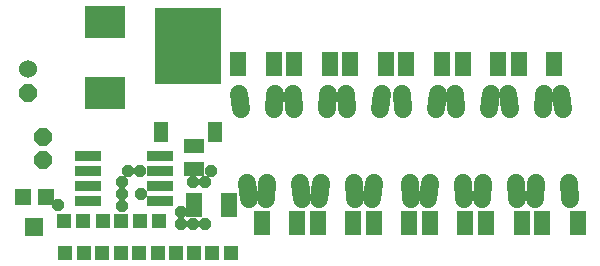
<source format=gts>
G75*
%MOIN*%
%OFA0B0*%
%FSLAX24Y24*%
%IPPOS*%
%LPD*%
%AMOC8*
5,1,8,0,0,1.08239X$1,22.5*
%
%ADD10R,0.0880X0.0340*%
%ADD11R,0.2206X0.2521*%
%ADD12R,0.0474X0.0710*%
%ADD13R,0.0651X0.0454*%
%ADD14R,0.1360X0.1064*%
%ADD15R,0.0454X0.0474*%
%ADD16OC8,0.0595*%
%ADD17OC8,0.0600*%
%ADD18C,0.0600*%
%ADD19C,0.0600*%
%ADD20R,0.0533X0.0789*%
%ADD21R,0.0592X0.0592*%
%ADD22R,0.0552X0.0572*%
%ADD23OC8,0.0390*%
D10*
X003529Y002720D03*
X003529Y003220D03*
X003529Y003720D03*
X003529Y004220D03*
X005949Y004220D03*
X005949Y003720D03*
X005949Y003220D03*
X005949Y002720D03*
D11*
X006873Y007880D03*
D12*
X007771Y005006D03*
X005975Y005006D03*
D13*
X007070Y004549D03*
X007070Y003762D03*
D14*
X004117Y006305D03*
X004117Y008667D03*
D15*
X002769Y000990D03*
X003399Y000990D03*
X003999Y000990D03*
X004629Y000990D03*
X005229Y000990D03*
X005859Y000990D03*
X006460Y000990D03*
X007089Y000990D03*
X007690Y000990D03*
X008320Y000990D03*
X005904Y002049D03*
X005274Y002049D03*
X004658Y002047D03*
X004028Y002047D03*
X003385Y002047D03*
X002755Y002047D03*
D16*
X002026Y004065D03*
X002026Y004852D03*
D17*
X001526Y006322D03*
D18*
X001526Y007122D03*
D19*
X008590Y006287D02*
X008635Y005769D01*
X009737Y005769D02*
X009782Y006287D01*
X010361Y006287D02*
X010407Y005769D01*
X011509Y005769D02*
X011554Y006287D01*
X012133Y006287D02*
X012178Y005769D01*
X013280Y005769D02*
X013326Y006287D01*
X014003Y006287D02*
X014048Y005769D01*
X015150Y005769D02*
X015196Y006287D01*
X015775Y006287D02*
X015820Y005769D01*
X016922Y005769D02*
X016967Y006287D01*
X017546Y006287D02*
X017592Y005769D01*
X018694Y005769D02*
X018739Y006287D01*
X019318Y006287D02*
X019363Y005769D01*
X019579Y003298D02*
X019625Y002780D01*
X018432Y002780D02*
X018477Y003298D01*
X017808Y003298D02*
X017853Y002780D01*
X016660Y002780D02*
X016706Y003298D01*
X016036Y003298D02*
X016081Y002780D01*
X014889Y002780D02*
X014934Y003298D01*
X014264Y003298D02*
X014310Y002780D01*
X013019Y002780D02*
X013064Y003298D01*
X012394Y003298D02*
X012440Y002780D01*
X011247Y002780D02*
X011292Y003298D01*
X010623Y003298D02*
X010668Y002780D01*
X009475Y002780D02*
X009521Y003298D01*
X008851Y003298D02*
X008896Y002780D01*
D20*
X008251Y002565D03*
X007070Y002565D03*
X009334Y001974D03*
X010515Y001974D03*
X011204Y001974D03*
X012385Y001974D03*
X013074Y001974D03*
X014255Y001974D03*
X014944Y001974D03*
X016125Y001974D03*
X016814Y001974D03*
X017995Y001974D03*
X018684Y001974D03*
X019865Y001974D03*
X019078Y007289D03*
X017897Y007289D03*
X017208Y007289D03*
X016026Y007289D03*
X015337Y007289D03*
X014156Y007289D03*
X013467Y007289D03*
X012286Y007289D03*
X011597Y007289D03*
X010416Y007289D03*
X009727Y007289D03*
X008546Y007289D03*
D21*
X001755Y001856D03*
D22*
X002149Y002850D03*
X001361Y002850D03*
D23*
X002542Y002565D03*
X004682Y002539D03*
X004682Y002933D03*
X004682Y003327D03*
X005298Y002958D03*
X006650Y002342D03*
X006650Y001949D03*
X007044Y001949D03*
X007438Y001949D03*
X007438Y003327D03*
X007044Y003327D03*
X007635Y003720D03*
X005273Y003720D03*
X004879Y003720D03*
M02*

</source>
